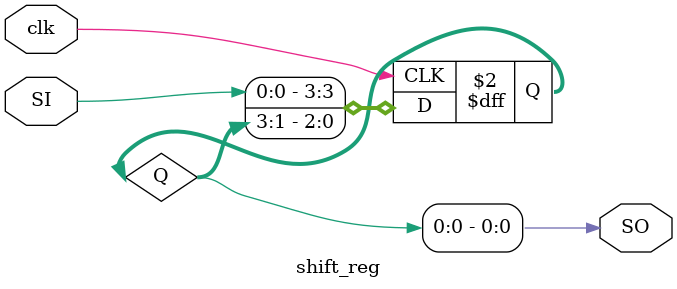
<source format=v>
module shift_reg 
(
	input SI,
	input clk,
	output SO 
);
	reg [3:0]Q;
	always @(posedge clk) begin
		Q <= {SI,Q[3:1]} ;
	end
	assign SO = Q[0];
endmodule
</source>
